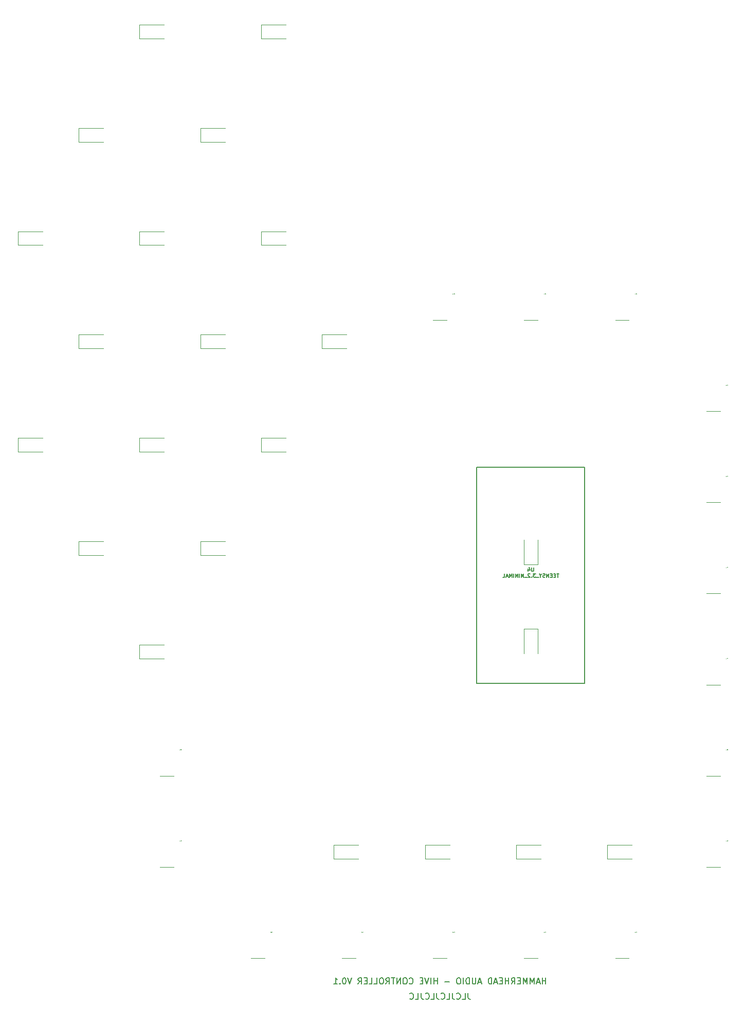
<source format=gbr>
G04 #@! TF.GenerationSoftware,KiCad,Pcbnew,(5.1.2-1)-1*
G04 #@! TF.CreationDate,2021-12-03T00:14:48-05:00*
G04 #@! TF.ProjectId,Wasp_Hive,57617370-5f48-4697-9665-2e6b69636164,rev?*
G04 #@! TF.SameCoordinates,Original*
G04 #@! TF.FileFunction,Legend,Bot*
G04 #@! TF.FilePolarity,Positive*
%FSLAX46Y46*%
G04 Gerber Fmt 4.6, Leading zero omitted, Abs format (unit mm)*
G04 Created by KiCad (PCBNEW (5.1.2-1)-1) date 2021-12-03 00:14:48*
%MOMM*%
%LPD*%
G04 APERTURE LIST*
%ADD10C,0.150000*%
%ADD11C,0.127000*%
%ADD12C,0.120000*%
%ADD13C,0.010000*%
G04 APERTURE END LIST*
D10*
X99619047Y-233202380D02*
X99619047Y-233916666D01*
X99666666Y-234059523D01*
X99761904Y-234154761D01*
X99904761Y-234202380D01*
X100000000Y-234202380D01*
X98666666Y-234202380D02*
X99142857Y-234202380D01*
X99142857Y-233202380D01*
X97761904Y-234107142D02*
X97809523Y-234154761D01*
X97952380Y-234202380D01*
X98047619Y-234202380D01*
X98190476Y-234154761D01*
X98285714Y-234059523D01*
X98333333Y-233964285D01*
X98380952Y-233773809D01*
X98380952Y-233630952D01*
X98333333Y-233440476D01*
X98285714Y-233345238D01*
X98190476Y-233250000D01*
X98047619Y-233202380D01*
X97952380Y-233202380D01*
X97809523Y-233250000D01*
X97761904Y-233297619D01*
X97047619Y-233202380D02*
X97047619Y-233916666D01*
X97095238Y-234059523D01*
X97190476Y-234154761D01*
X97333333Y-234202380D01*
X97428571Y-234202380D01*
X96095238Y-234202380D02*
X96571428Y-234202380D01*
X96571428Y-233202380D01*
X95190476Y-234107142D02*
X95238095Y-234154761D01*
X95380952Y-234202380D01*
X95476190Y-234202380D01*
X95619047Y-234154761D01*
X95714285Y-234059523D01*
X95761904Y-233964285D01*
X95809523Y-233773809D01*
X95809523Y-233630952D01*
X95761904Y-233440476D01*
X95714285Y-233345238D01*
X95619047Y-233250000D01*
X95476190Y-233202380D01*
X95380952Y-233202380D01*
X95238095Y-233250000D01*
X95190476Y-233297619D01*
X94476190Y-233202380D02*
X94476190Y-233916666D01*
X94523809Y-234059523D01*
X94619047Y-234154761D01*
X94761904Y-234202380D01*
X94857142Y-234202380D01*
X93523809Y-234202380D02*
X94000000Y-234202380D01*
X94000000Y-233202380D01*
X92619047Y-234107142D02*
X92666666Y-234154761D01*
X92809523Y-234202380D01*
X92904761Y-234202380D01*
X93047619Y-234154761D01*
X93142857Y-234059523D01*
X93190476Y-233964285D01*
X93238095Y-233773809D01*
X93238095Y-233630952D01*
X93190476Y-233440476D01*
X93142857Y-233345238D01*
X93047619Y-233250000D01*
X92904761Y-233202380D01*
X92809523Y-233202380D01*
X92666666Y-233250000D01*
X92619047Y-233297619D01*
X91904761Y-233202380D02*
X91904761Y-233916666D01*
X91952380Y-234059523D01*
X92047619Y-234154761D01*
X92190476Y-234202380D01*
X92285714Y-234202380D01*
X90952380Y-234202380D02*
X91428571Y-234202380D01*
X91428571Y-233202380D01*
X90047619Y-234107142D02*
X90095238Y-234154761D01*
X90238095Y-234202380D01*
X90333333Y-234202380D01*
X90476190Y-234154761D01*
X90571428Y-234059523D01*
X90619047Y-233964285D01*
X90666666Y-233773809D01*
X90666666Y-233630952D01*
X90619047Y-233440476D01*
X90571428Y-233345238D01*
X90476190Y-233250000D01*
X90333333Y-233202380D01*
X90238095Y-233202380D01*
X90095238Y-233250000D01*
X90047619Y-233297619D01*
X112428571Y-231702380D02*
X112428571Y-230702380D01*
X112428571Y-231178571D02*
X111857142Y-231178571D01*
X111857142Y-231702380D02*
X111857142Y-230702380D01*
X111428571Y-231416666D02*
X110952380Y-231416666D01*
X111523809Y-231702380D02*
X111190476Y-230702380D01*
X110857142Y-231702380D01*
X110523809Y-231702380D02*
X110523809Y-230702380D01*
X110190476Y-231416666D01*
X109857142Y-230702380D01*
X109857142Y-231702380D01*
X109380952Y-231702380D02*
X109380952Y-230702380D01*
X109047619Y-231416666D01*
X108714285Y-230702380D01*
X108714285Y-231702380D01*
X108238095Y-231178571D02*
X107904761Y-231178571D01*
X107761904Y-231702380D02*
X108238095Y-231702380D01*
X108238095Y-230702380D01*
X107761904Y-230702380D01*
X106761904Y-231702380D02*
X107095238Y-231226190D01*
X107333333Y-231702380D02*
X107333333Y-230702380D01*
X106952380Y-230702380D01*
X106857142Y-230750000D01*
X106809523Y-230797619D01*
X106761904Y-230892857D01*
X106761904Y-231035714D01*
X106809523Y-231130952D01*
X106857142Y-231178571D01*
X106952380Y-231226190D01*
X107333333Y-231226190D01*
X106333333Y-231702380D02*
X106333333Y-230702380D01*
X106333333Y-231178571D02*
X105761904Y-231178571D01*
X105761904Y-231702380D02*
X105761904Y-230702380D01*
X105285714Y-231178571D02*
X104952380Y-231178571D01*
X104809523Y-231702380D02*
X105285714Y-231702380D01*
X105285714Y-230702380D01*
X104809523Y-230702380D01*
X104428571Y-231416666D02*
X103952380Y-231416666D01*
X104523809Y-231702380D02*
X104190476Y-230702380D01*
X103857142Y-231702380D01*
X103523809Y-231702380D02*
X103523809Y-230702380D01*
X103285714Y-230702380D01*
X103142857Y-230750000D01*
X103047619Y-230845238D01*
X103000000Y-230940476D01*
X102952380Y-231130952D01*
X102952380Y-231273809D01*
X103000000Y-231464285D01*
X103047619Y-231559523D01*
X103142857Y-231654761D01*
X103285714Y-231702380D01*
X103523809Y-231702380D01*
X101809523Y-231416666D02*
X101333333Y-231416666D01*
X101904761Y-231702380D02*
X101571428Y-230702380D01*
X101238095Y-231702380D01*
X100904761Y-230702380D02*
X100904761Y-231511904D01*
X100857142Y-231607142D01*
X100809523Y-231654761D01*
X100714285Y-231702380D01*
X100523809Y-231702380D01*
X100428571Y-231654761D01*
X100380952Y-231607142D01*
X100333333Y-231511904D01*
X100333333Y-230702380D01*
X99857142Y-231702380D02*
X99857142Y-230702380D01*
X99619047Y-230702380D01*
X99476190Y-230750000D01*
X99380952Y-230845238D01*
X99333333Y-230940476D01*
X99285714Y-231130952D01*
X99285714Y-231273809D01*
X99333333Y-231464285D01*
X99380952Y-231559523D01*
X99476190Y-231654761D01*
X99619047Y-231702380D01*
X99857142Y-231702380D01*
X98857142Y-231702380D02*
X98857142Y-230702380D01*
X98190476Y-230702380D02*
X98000000Y-230702380D01*
X97904761Y-230750000D01*
X97809523Y-230845238D01*
X97761904Y-231035714D01*
X97761904Y-231369047D01*
X97809523Y-231559523D01*
X97904761Y-231654761D01*
X98000000Y-231702380D01*
X98190476Y-231702380D01*
X98285714Y-231654761D01*
X98380952Y-231559523D01*
X98428571Y-231369047D01*
X98428571Y-231035714D01*
X98380952Y-230845238D01*
X98285714Y-230750000D01*
X98190476Y-230702380D01*
X96571428Y-231321428D02*
X95809523Y-231321428D01*
X94571428Y-231702380D02*
X94571428Y-230702380D01*
X94571428Y-231178571D02*
X94000000Y-231178571D01*
X94000000Y-231702380D02*
X94000000Y-230702380D01*
X93523809Y-231702380D02*
X93523809Y-230702380D01*
X93190476Y-230702380D02*
X92857142Y-231702380D01*
X92523809Y-230702380D01*
X92190476Y-231178571D02*
X91857142Y-231178571D01*
X91714285Y-231702380D02*
X92190476Y-231702380D01*
X92190476Y-230702380D01*
X91714285Y-230702380D01*
X89952380Y-231607142D02*
X90000000Y-231654761D01*
X90142857Y-231702380D01*
X90238095Y-231702380D01*
X90380952Y-231654761D01*
X90476190Y-231559523D01*
X90523809Y-231464285D01*
X90571428Y-231273809D01*
X90571428Y-231130952D01*
X90523809Y-230940476D01*
X90476190Y-230845238D01*
X90380952Y-230750000D01*
X90238095Y-230702380D01*
X90142857Y-230702380D01*
X90000000Y-230750000D01*
X89952380Y-230797619D01*
X89333333Y-230702380D02*
X89142857Y-230702380D01*
X89047619Y-230750000D01*
X88952380Y-230845238D01*
X88904761Y-231035714D01*
X88904761Y-231369047D01*
X88952380Y-231559523D01*
X89047619Y-231654761D01*
X89142857Y-231702380D01*
X89333333Y-231702380D01*
X89428571Y-231654761D01*
X89523809Y-231559523D01*
X89571428Y-231369047D01*
X89571428Y-231035714D01*
X89523809Y-230845238D01*
X89428571Y-230750000D01*
X89333333Y-230702380D01*
X88476190Y-231702380D02*
X88476190Y-230702380D01*
X87904761Y-231702380D01*
X87904761Y-230702380D01*
X87571428Y-230702380D02*
X87000000Y-230702380D01*
X87285714Y-231702380D02*
X87285714Y-230702380D01*
X86095238Y-231702380D02*
X86428571Y-231226190D01*
X86666666Y-231702380D02*
X86666666Y-230702380D01*
X86285714Y-230702380D01*
X86190476Y-230750000D01*
X86142857Y-230797619D01*
X86095238Y-230892857D01*
X86095238Y-231035714D01*
X86142857Y-231130952D01*
X86190476Y-231178571D01*
X86285714Y-231226190D01*
X86666666Y-231226190D01*
X85476190Y-230702380D02*
X85285714Y-230702380D01*
X85190476Y-230750000D01*
X85095238Y-230845238D01*
X85047619Y-231035714D01*
X85047619Y-231369047D01*
X85095238Y-231559523D01*
X85190476Y-231654761D01*
X85285714Y-231702380D01*
X85476190Y-231702380D01*
X85571428Y-231654761D01*
X85666666Y-231559523D01*
X85714285Y-231369047D01*
X85714285Y-231035714D01*
X85666666Y-230845238D01*
X85571428Y-230750000D01*
X85476190Y-230702380D01*
X84142857Y-231702380D02*
X84619047Y-231702380D01*
X84619047Y-230702380D01*
X83333333Y-231702380D02*
X83809523Y-231702380D01*
X83809523Y-230702380D01*
X83000000Y-231178571D02*
X82666666Y-231178571D01*
X82523809Y-231702380D02*
X83000000Y-231702380D01*
X83000000Y-230702380D01*
X82523809Y-230702380D01*
X81523809Y-231702380D02*
X81857142Y-231226190D01*
X82095238Y-231702380D02*
X82095238Y-230702380D01*
X81714285Y-230702380D01*
X81619047Y-230750000D01*
X81571428Y-230797619D01*
X81523809Y-230892857D01*
X81523809Y-231035714D01*
X81571428Y-231130952D01*
X81619047Y-231178571D01*
X81714285Y-231226190D01*
X82095238Y-231226190D01*
X80476190Y-230702380D02*
X80142857Y-231702380D01*
X79809523Y-230702380D01*
X79285714Y-230702380D02*
X79190476Y-230702380D01*
X79095238Y-230750000D01*
X79047619Y-230797619D01*
X79000000Y-230892857D01*
X78952380Y-231083333D01*
X78952380Y-231321428D01*
X79000000Y-231511904D01*
X79047619Y-231607142D01*
X79095238Y-231654761D01*
X79190476Y-231702380D01*
X79285714Y-231702380D01*
X79380952Y-231654761D01*
X79428571Y-231607142D01*
X79476190Y-231511904D01*
X79523809Y-231321428D01*
X79523809Y-231083333D01*
X79476190Y-230892857D01*
X79428571Y-230797619D01*
X79380952Y-230750000D01*
X79285714Y-230702380D01*
X78523809Y-231607142D02*
X78476190Y-231654761D01*
X78523809Y-231702380D01*
X78571428Y-231654761D01*
X78523809Y-231607142D01*
X78523809Y-231702380D01*
X77523809Y-231702380D02*
X78095238Y-231702380D01*
X77809523Y-231702380D02*
X77809523Y-230702380D01*
X77904761Y-230845238D01*
X78000000Y-230940476D01*
X78095238Y-230988095D01*
D11*
X101070000Y-182280000D02*
X118850000Y-182280000D01*
X118850000Y-146720000D02*
X101070000Y-146720000D01*
X101070000Y-146720000D02*
X101070000Y-182280000D01*
X118850000Y-182280000D02*
X118850000Y-146720000D01*
D12*
X96135000Y-122460000D02*
X93865000Y-122460000D01*
D13*
G36*
X97141135Y-118176410D02*
G01*
X97137304Y-118159816D01*
X97122527Y-118157802D01*
X97099553Y-118168015D01*
X97103919Y-118176410D01*
X97137044Y-118179751D01*
X97141135Y-118176410D01*
X97141135Y-118176410D01*
G37*
X97141135Y-118176410D02*
X97137304Y-118159816D01*
X97122527Y-118157802D01*
X97099553Y-118168015D01*
X97103919Y-118176410D01*
X97137044Y-118179751D01*
X97141135Y-118176410D01*
G36*
X97366177Y-118118841D02*
G01*
X97357852Y-118106155D01*
X97329542Y-118104181D01*
X97299759Y-118110998D01*
X97312679Y-118121045D01*
X97356302Y-118124372D01*
X97366177Y-118118841D01*
X97366177Y-118118841D01*
G37*
X97366177Y-118118841D02*
X97357852Y-118106155D01*
X97329542Y-118104181D01*
X97299759Y-118110998D01*
X97312679Y-118121045D01*
X97356302Y-118124372D01*
X97366177Y-118118841D01*
G36*
X112366177Y-118118841D02*
G01*
X112357852Y-118106155D01*
X112329542Y-118104181D01*
X112299759Y-118110998D01*
X112312679Y-118121045D01*
X112356302Y-118124372D01*
X112366177Y-118118841D01*
X112366177Y-118118841D01*
G37*
X112366177Y-118118841D02*
X112357852Y-118106155D01*
X112329542Y-118104181D01*
X112299759Y-118110998D01*
X112312679Y-118121045D01*
X112356302Y-118124372D01*
X112366177Y-118118841D01*
G36*
X112141135Y-118176410D02*
G01*
X112137304Y-118159816D01*
X112122527Y-118157802D01*
X112099553Y-118168015D01*
X112103919Y-118176410D01*
X112137044Y-118179751D01*
X112141135Y-118176410D01*
X112141135Y-118176410D01*
G37*
X112141135Y-118176410D02*
X112137304Y-118159816D01*
X112122527Y-118157802D01*
X112099553Y-118168015D01*
X112103919Y-118176410D01*
X112137044Y-118179751D01*
X112141135Y-118176410D01*
D12*
X111135000Y-122460000D02*
X108865000Y-122460000D01*
D13*
G36*
X127366177Y-118118841D02*
G01*
X127357852Y-118106155D01*
X127329542Y-118104181D01*
X127299759Y-118110998D01*
X127312679Y-118121045D01*
X127356302Y-118124372D01*
X127366177Y-118118841D01*
X127366177Y-118118841D01*
G37*
X127366177Y-118118841D02*
X127357852Y-118106155D01*
X127329542Y-118104181D01*
X127299759Y-118110998D01*
X127312679Y-118121045D01*
X127356302Y-118124372D01*
X127366177Y-118118841D01*
G36*
X127141135Y-118176410D02*
G01*
X127137304Y-118159816D01*
X127122527Y-118157802D01*
X127099553Y-118168015D01*
X127103919Y-118176410D01*
X127137044Y-118179751D01*
X127141135Y-118176410D01*
X127141135Y-118176410D01*
G37*
X127141135Y-118176410D02*
X127137304Y-118159816D01*
X127122527Y-118157802D01*
X127099553Y-118168015D01*
X127103919Y-118176410D01*
X127137044Y-118179751D01*
X127141135Y-118176410D01*
D12*
X126135000Y-122460000D02*
X123865000Y-122460000D01*
D13*
G36*
X142366177Y-133118841D02*
G01*
X142357852Y-133106155D01*
X142329542Y-133104181D01*
X142299759Y-133110998D01*
X142312679Y-133121045D01*
X142356302Y-133124372D01*
X142366177Y-133118841D01*
X142366177Y-133118841D01*
G37*
X142366177Y-133118841D02*
X142357852Y-133106155D01*
X142329542Y-133104181D01*
X142299759Y-133110998D01*
X142312679Y-133121045D01*
X142356302Y-133124372D01*
X142366177Y-133118841D01*
G36*
X142141135Y-133176410D02*
G01*
X142137304Y-133159816D01*
X142122527Y-133157802D01*
X142099553Y-133168015D01*
X142103919Y-133176410D01*
X142137044Y-133179751D01*
X142141135Y-133176410D01*
X142141135Y-133176410D01*
G37*
X142141135Y-133176410D02*
X142137304Y-133159816D01*
X142122527Y-133157802D01*
X142099553Y-133168015D01*
X142103919Y-133176410D01*
X142137044Y-133179751D01*
X142141135Y-133176410D01*
D12*
X141135000Y-137460000D02*
X138865000Y-137460000D01*
D13*
G36*
X142366177Y-148118841D02*
G01*
X142357852Y-148106155D01*
X142329542Y-148104181D01*
X142299759Y-148110998D01*
X142312679Y-148121045D01*
X142356302Y-148124372D01*
X142366177Y-148118841D01*
X142366177Y-148118841D01*
G37*
X142366177Y-148118841D02*
X142357852Y-148106155D01*
X142329542Y-148104181D01*
X142299759Y-148110998D01*
X142312679Y-148121045D01*
X142356302Y-148124372D01*
X142366177Y-148118841D01*
G36*
X142141135Y-148176410D02*
G01*
X142137304Y-148159816D01*
X142122527Y-148157802D01*
X142099553Y-148168015D01*
X142103919Y-148176410D01*
X142137044Y-148179751D01*
X142141135Y-148176410D01*
X142141135Y-148176410D01*
G37*
X142141135Y-148176410D02*
X142137304Y-148159816D01*
X142122527Y-148157802D01*
X142099553Y-148168015D01*
X142103919Y-148176410D01*
X142137044Y-148179751D01*
X142141135Y-148176410D01*
D12*
X141135000Y-152460000D02*
X138865000Y-152460000D01*
X141135000Y-167460000D02*
X138865000Y-167460000D01*
D13*
G36*
X142141135Y-163176410D02*
G01*
X142137304Y-163159816D01*
X142122527Y-163157802D01*
X142099553Y-163168015D01*
X142103919Y-163176410D01*
X142137044Y-163179751D01*
X142141135Y-163176410D01*
X142141135Y-163176410D01*
G37*
X142141135Y-163176410D02*
X142137304Y-163159816D01*
X142122527Y-163157802D01*
X142099553Y-163168015D01*
X142103919Y-163176410D01*
X142137044Y-163179751D01*
X142141135Y-163176410D01*
G36*
X142366177Y-163118841D02*
G01*
X142357852Y-163106155D01*
X142329542Y-163104181D01*
X142299759Y-163110998D01*
X142312679Y-163121045D01*
X142356302Y-163124372D01*
X142366177Y-163118841D01*
X142366177Y-163118841D01*
G37*
X142366177Y-163118841D02*
X142357852Y-163106155D01*
X142329542Y-163104181D01*
X142299759Y-163110998D01*
X142312679Y-163121045D01*
X142356302Y-163124372D01*
X142366177Y-163118841D01*
D12*
X141135000Y-182460000D02*
X138865000Y-182460000D01*
D13*
G36*
X142141135Y-178176410D02*
G01*
X142137304Y-178159816D01*
X142122527Y-178157802D01*
X142099553Y-178168015D01*
X142103919Y-178176410D01*
X142137044Y-178179751D01*
X142141135Y-178176410D01*
X142141135Y-178176410D01*
G37*
X142141135Y-178176410D02*
X142137304Y-178159816D01*
X142122527Y-178157802D01*
X142099553Y-178168015D01*
X142103919Y-178176410D01*
X142137044Y-178179751D01*
X142141135Y-178176410D01*
G36*
X142366177Y-178118841D02*
G01*
X142357852Y-178106155D01*
X142329542Y-178104181D01*
X142299759Y-178110998D01*
X142312679Y-178121045D01*
X142356302Y-178124372D01*
X142366177Y-178118841D01*
X142366177Y-178118841D01*
G37*
X142366177Y-178118841D02*
X142357852Y-178106155D01*
X142329542Y-178104181D01*
X142299759Y-178110998D01*
X142312679Y-178121045D01*
X142356302Y-178124372D01*
X142366177Y-178118841D01*
G36*
X142366177Y-193118841D02*
G01*
X142357852Y-193106155D01*
X142329542Y-193104181D01*
X142299759Y-193110998D01*
X142312679Y-193121045D01*
X142356302Y-193124372D01*
X142366177Y-193118841D01*
X142366177Y-193118841D01*
G37*
X142366177Y-193118841D02*
X142357852Y-193106155D01*
X142329542Y-193104181D01*
X142299759Y-193110998D01*
X142312679Y-193121045D01*
X142356302Y-193124372D01*
X142366177Y-193118841D01*
G36*
X142141135Y-193176410D02*
G01*
X142137304Y-193159816D01*
X142122527Y-193157802D01*
X142099553Y-193168015D01*
X142103919Y-193176410D01*
X142137044Y-193179751D01*
X142141135Y-193176410D01*
X142141135Y-193176410D01*
G37*
X142141135Y-193176410D02*
X142137304Y-193159816D01*
X142122527Y-193157802D01*
X142099553Y-193168015D01*
X142103919Y-193176410D01*
X142137044Y-193179751D01*
X142141135Y-193176410D01*
D12*
X141135000Y-197460000D02*
X138865000Y-197460000D01*
D13*
G36*
X142366177Y-208118841D02*
G01*
X142357852Y-208106155D01*
X142329542Y-208104181D01*
X142299759Y-208110998D01*
X142312679Y-208121045D01*
X142356302Y-208124372D01*
X142366177Y-208118841D01*
X142366177Y-208118841D01*
G37*
X142366177Y-208118841D02*
X142357852Y-208106155D01*
X142329542Y-208104181D01*
X142299759Y-208110998D01*
X142312679Y-208121045D01*
X142356302Y-208124372D01*
X142366177Y-208118841D01*
G36*
X142141135Y-208176410D02*
G01*
X142137304Y-208159816D01*
X142122527Y-208157802D01*
X142099553Y-208168015D01*
X142103919Y-208176410D01*
X142137044Y-208179751D01*
X142141135Y-208176410D01*
X142141135Y-208176410D01*
G37*
X142141135Y-208176410D02*
X142137304Y-208159816D01*
X142122527Y-208157802D01*
X142099553Y-208168015D01*
X142103919Y-208176410D01*
X142137044Y-208179751D01*
X142141135Y-208176410D01*
D12*
X141135000Y-212460000D02*
X138865000Y-212460000D01*
X126135000Y-227460000D02*
X123865000Y-227460000D01*
D13*
G36*
X127141135Y-223176410D02*
G01*
X127137304Y-223159816D01*
X127122527Y-223157802D01*
X127099553Y-223168015D01*
X127103919Y-223176410D01*
X127137044Y-223179751D01*
X127141135Y-223176410D01*
X127141135Y-223176410D01*
G37*
X127141135Y-223176410D02*
X127137304Y-223159816D01*
X127122527Y-223157802D01*
X127099553Y-223168015D01*
X127103919Y-223176410D01*
X127137044Y-223179751D01*
X127141135Y-223176410D01*
G36*
X127366177Y-223118841D02*
G01*
X127357852Y-223106155D01*
X127329542Y-223104181D01*
X127299759Y-223110998D01*
X127312679Y-223121045D01*
X127356302Y-223124372D01*
X127366177Y-223118841D01*
X127366177Y-223118841D01*
G37*
X127366177Y-223118841D02*
X127357852Y-223106155D01*
X127329542Y-223104181D01*
X127299759Y-223110998D01*
X127312679Y-223121045D01*
X127356302Y-223124372D01*
X127366177Y-223118841D01*
D12*
X111135000Y-227460000D02*
X108865000Y-227460000D01*
D13*
G36*
X112141135Y-223176410D02*
G01*
X112137304Y-223159816D01*
X112122527Y-223157802D01*
X112099553Y-223168015D01*
X112103919Y-223176410D01*
X112137044Y-223179751D01*
X112141135Y-223176410D01*
X112141135Y-223176410D01*
G37*
X112141135Y-223176410D02*
X112137304Y-223159816D01*
X112122527Y-223157802D01*
X112099553Y-223168015D01*
X112103919Y-223176410D01*
X112137044Y-223179751D01*
X112141135Y-223176410D01*
G36*
X112366177Y-223118841D02*
G01*
X112357852Y-223106155D01*
X112329542Y-223104181D01*
X112299759Y-223110998D01*
X112312679Y-223121045D01*
X112356302Y-223124372D01*
X112366177Y-223118841D01*
X112366177Y-223118841D01*
G37*
X112366177Y-223118841D02*
X112357852Y-223106155D01*
X112329542Y-223104181D01*
X112299759Y-223110998D01*
X112312679Y-223121045D01*
X112356302Y-223124372D01*
X112366177Y-223118841D01*
G36*
X97366177Y-223118841D02*
G01*
X97357852Y-223106155D01*
X97329542Y-223104181D01*
X97299759Y-223110998D01*
X97312679Y-223121045D01*
X97356302Y-223124372D01*
X97366177Y-223118841D01*
X97366177Y-223118841D01*
G37*
X97366177Y-223118841D02*
X97357852Y-223106155D01*
X97329542Y-223104181D01*
X97299759Y-223110998D01*
X97312679Y-223121045D01*
X97356302Y-223124372D01*
X97366177Y-223118841D01*
G36*
X97141135Y-223176410D02*
G01*
X97137304Y-223159816D01*
X97122527Y-223157802D01*
X97099553Y-223168015D01*
X97103919Y-223176410D01*
X97137044Y-223179751D01*
X97141135Y-223176410D01*
X97141135Y-223176410D01*
G37*
X97141135Y-223176410D02*
X97137304Y-223159816D01*
X97122527Y-223157802D01*
X97099553Y-223168015D01*
X97103919Y-223176410D01*
X97137044Y-223179751D01*
X97141135Y-223176410D01*
D12*
X96135000Y-227460000D02*
X93865000Y-227460000D01*
D13*
G36*
X82366177Y-223118841D02*
G01*
X82357852Y-223106155D01*
X82329542Y-223104181D01*
X82299759Y-223110998D01*
X82312679Y-223121045D01*
X82356302Y-223124372D01*
X82366177Y-223118841D01*
X82366177Y-223118841D01*
G37*
X82366177Y-223118841D02*
X82357852Y-223106155D01*
X82329542Y-223104181D01*
X82299759Y-223110998D01*
X82312679Y-223121045D01*
X82356302Y-223124372D01*
X82366177Y-223118841D01*
G36*
X82141135Y-223176410D02*
G01*
X82137304Y-223159816D01*
X82122527Y-223157802D01*
X82099553Y-223168015D01*
X82103919Y-223176410D01*
X82137044Y-223179751D01*
X82141135Y-223176410D01*
X82141135Y-223176410D01*
G37*
X82141135Y-223176410D02*
X82137304Y-223159816D01*
X82122527Y-223157802D01*
X82099553Y-223168015D01*
X82103919Y-223176410D01*
X82137044Y-223179751D01*
X82141135Y-223176410D01*
D12*
X81135000Y-227460000D02*
X78865000Y-227460000D01*
X66135000Y-227460000D02*
X63865000Y-227460000D01*
D13*
G36*
X67141135Y-223176410D02*
G01*
X67137304Y-223159816D01*
X67122527Y-223157802D01*
X67099553Y-223168015D01*
X67103919Y-223176410D01*
X67137044Y-223179751D01*
X67141135Y-223176410D01*
X67141135Y-223176410D01*
G37*
X67141135Y-223176410D02*
X67137304Y-223159816D01*
X67122527Y-223157802D01*
X67099553Y-223168015D01*
X67103919Y-223176410D01*
X67137044Y-223179751D01*
X67141135Y-223176410D01*
G36*
X67366177Y-223118841D02*
G01*
X67357852Y-223106155D01*
X67329542Y-223104181D01*
X67299759Y-223110998D01*
X67312679Y-223121045D01*
X67356302Y-223124372D01*
X67366177Y-223118841D01*
X67366177Y-223118841D01*
G37*
X67366177Y-223118841D02*
X67357852Y-223106155D01*
X67329542Y-223104181D01*
X67299759Y-223110998D01*
X67312679Y-223121045D01*
X67356302Y-223124372D01*
X67366177Y-223118841D01*
D12*
X51135000Y-212460000D02*
X48865000Y-212460000D01*
D13*
G36*
X52141135Y-208176410D02*
G01*
X52137304Y-208159816D01*
X52122527Y-208157802D01*
X52099553Y-208168015D01*
X52103919Y-208176410D01*
X52137044Y-208179751D01*
X52141135Y-208176410D01*
X52141135Y-208176410D01*
G37*
X52141135Y-208176410D02*
X52137304Y-208159816D01*
X52122527Y-208157802D01*
X52099553Y-208168015D01*
X52103919Y-208176410D01*
X52137044Y-208179751D01*
X52141135Y-208176410D01*
G36*
X52366177Y-208118841D02*
G01*
X52357852Y-208106155D01*
X52329542Y-208104181D01*
X52299759Y-208110998D01*
X52312679Y-208121045D01*
X52356302Y-208124372D01*
X52366177Y-208118841D01*
X52366177Y-208118841D01*
G37*
X52366177Y-208118841D02*
X52357852Y-208106155D01*
X52329542Y-208104181D01*
X52299759Y-208110998D01*
X52312679Y-208121045D01*
X52356302Y-208124372D01*
X52366177Y-208118841D01*
D12*
X51135000Y-197460000D02*
X48865000Y-197460000D01*
D13*
G36*
X52141135Y-193176410D02*
G01*
X52137304Y-193159816D01*
X52122527Y-193157802D01*
X52099553Y-193168015D01*
X52103919Y-193176410D01*
X52137044Y-193179751D01*
X52141135Y-193176410D01*
X52141135Y-193176410D01*
G37*
X52141135Y-193176410D02*
X52137304Y-193159816D01*
X52122527Y-193157802D01*
X52099553Y-193168015D01*
X52103919Y-193176410D01*
X52137044Y-193179751D01*
X52141135Y-193176410D01*
G36*
X52366177Y-193118841D02*
G01*
X52357852Y-193106155D01*
X52329542Y-193104181D01*
X52299759Y-193110998D01*
X52312679Y-193121045D01*
X52356302Y-193124372D01*
X52366177Y-193118841D01*
X52366177Y-193118841D01*
G37*
X52366177Y-193118841D02*
X52357852Y-193106155D01*
X52329542Y-193104181D01*
X52299759Y-193110998D01*
X52312679Y-193121045D01*
X52356302Y-193124372D01*
X52366177Y-193118841D01*
D12*
X49600000Y-76135000D02*
X45540000Y-76135000D01*
X45540000Y-76135000D02*
X45540000Y-73865000D01*
X45540000Y-73865000D02*
X49600000Y-73865000D01*
X65540000Y-73865000D02*
X69600000Y-73865000D01*
X65540000Y-76135000D02*
X65540000Y-73865000D01*
X69600000Y-76135000D02*
X65540000Y-76135000D01*
X35540000Y-90865000D02*
X39600000Y-90865000D01*
X35540000Y-93135000D02*
X35540000Y-90865000D01*
X39600000Y-93135000D02*
X35540000Y-93135000D01*
X59600000Y-93135000D02*
X55540000Y-93135000D01*
X55540000Y-93135000D02*
X55540000Y-90865000D01*
X55540000Y-90865000D02*
X59600000Y-90865000D01*
X29600000Y-110135000D02*
X25540000Y-110135000D01*
X25540000Y-110135000D02*
X25540000Y-107865000D01*
X25540000Y-107865000D02*
X29600000Y-107865000D01*
X49600000Y-110135000D02*
X45540000Y-110135000D01*
X45540000Y-110135000D02*
X45540000Y-107865000D01*
X45540000Y-107865000D02*
X49600000Y-107865000D01*
X69600000Y-110135000D02*
X65540000Y-110135000D01*
X65540000Y-110135000D02*
X65540000Y-107865000D01*
X65540000Y-107865000D02*
X69600000Y-107865000D01*
X39600000Y-127135000D02*
X35540000Y-127135000D01*
X35540000Y-127135000D02*
X35540000Y-124865000D01*
X35540000Y-124865000D02*
X39600000Y-124865000D01*
X59600000Y-127135000D02*
X55540000Y-127135000D01*
X55540000Y-127135000D02*
X55540000Y-124865000D01*
X55540000Y-124865000D02*
X59600000Y-124865000D01*
X79600000Y-127135000D02*
X75540000Y-127135000D01*
X75540000Y-127135000D02*
X75540000Y-124865000D01*
X75540000Y-124865000D02*
X79600000Y-124865000D01*
X29600000Y-144135000D02*
X25540000Y-144135000D01*
X25540000Y-144135000D02*
X25540000Y-141865000D01*
X25540000Y-141865000D02*
X29600000Y-141865000D01*
X45540000Y-141865000D02*
X49600000Y-141865000D01*
X45540000Y-144135000D02*
X45540000Y-141865000D01*
X49600000Y-144135000D02*
X45540000Y-144135000D01*
X65540000Y-141865000D02*
X69600000Y-141865000D01*
X65540000Y-144135000D02*
X65540000Y-141865000D01*
X69600000Y-144135000D02*
X65540000Y-144135000D01*
X35540000Y-158865000D02*
X39600000Y-158865000D01*
X35540000Y-161135000D02*
X35540000Y-158865000D01*
X39600000Y-161135000D02*
X35540000Y-161135000D01*
X55540000Y-158865000D02*
X59600000Y-158865000D01*
X55540000Y-161135000D02*
X55540000Y-158865000D01*
X59600000Y-161135000D02*
X55540000Y-161135000D01*
X49600000Y-178135000D02*
X45540000Y-178135000D01*
X45540000Y-178135000D02*
X45540000Y-175865000D01*
X45540000Y-175865000D02*
X49600000Y-175865000D01*
X111135000Y-158650000D02*
X111135000Y-162710000D01*
X111135000Y-162710000D02*
X108865000Y-162710000D01*
X108865000Y-162710000D02*
X108865000Y-158650000D01*
X108865000Y-177350000D02*
X108865000Y-173290000D01*
X108865000Y-173290000D02*
X111135000Y-173290000D01*
X111135000Y-173290000D02*
X111135000Y-177350000D01*
X77540000Y-208865000D02*
X81600000Y-208865000D01*
X77540000Y-211135000D02*
X77540000Y-208865000D01*
X81600000Y-211135000D02*
X77540000Y-211135000D01*
X92540000Y-208865000D02*
X96600000Y-208865000D01*
X92540000Y-211135000D02*
X92540000Y-208865000D01*
X96600000Y-211135000D02*
X92540000Y-211135000D01*
X107540000Y-208865000D02*
X111600000Y-208865000D01*
X107540000Y-211135000D02*
X107540000Y-208865000D01*
X111600000Y-211135000D02*
X107540000Y-211135000D01*
X126600000Y-211135000D02*
X122540000Y-211135000D01*
X122540000Y-211135000D02*
X122540000Y-208865000D01*
X122540000Y-208865000D02*
X126600000Y-208865000D01*
D11*
X110424457Y-163166171D02*
X110424457Y-163659657D01*
X110395428Y-163717714D01*
X110366400Y-163746742D01*
X110308342Y-163775771D01*
X110192228Y-163775771D01*
X110134171Y-163746742D01*
X110105142Y-163717714D01*
X110076114Y-163659657D01*
X110076114Y-163166171D01*
X109524571Y-163369371D02*
X109524571Y-163775771D01*
X109669714Y-163137142D02*
X109814857Y-163572571D01*
X109437485Y-163572571D01*
X114561028Y-164166171D02*
X114212685Y-164166171D01*
X114386857Y-164775771D02*
X114386857Y-164166171D01*
X114009485Y-164456457D02*
X113806285Y-164456457D01*
X113719200Y-164775771D02*
X114009485Y-164775771D01*
X114009485Y-164166171D01*
X113719200Y-164166171D01*
X113457942Y-164456457D02*
X113254742Y-164456457D01*
X113167657Y-164775771D02*
X113457942Y-164775771D01*
X113457942Y-164166171D01*
X113167657Y-164166171D01*
X112906400Y-164775771D02*
X112906400Y-164166171D01*
X112558057Y-164775771D01*
X112558057Y-164166171D01*
X112296800Y-164746742D02*
X112209714Y-164775771D01*
X112064571Y-164775771D01*
X112006514Y-164746742D01*
X111977485Y-164717714D01*
X111948457Y-164659657D01*
X111948457Y-164601600D01*
X111977485Y-164543542D01*
X112006514Y-164514514D01*
X112064571Y-164485485D01*
X112180685Y-164456457D01*
X112238742Y-164427428D01*
X112267771Y-164398400D01*
X112296800Y-164340342D01*
X112296800Y-164282285D01*
X112267771Y-164224228D01*
X112238742Y-164195200D01*
X112180685Y-164166171D01*
X112035542Y-164166171D01*
X111948457Y-164195200D01*
X111571085Y-164485485D02*
X111571085Y-164775771D01*
X111774285Y-164166171D02*
X111571085Y-164485485D01*
X111367885Y-164166171D01*
X111309828Y-164833828D02*
X110845371Y-164833828D01*
X110758285Y-164166171D02*
X110380914Y-164166171D01*
X110584114Y-164398400D01*
X110497028Y-164398400D01*
X110438971Y-164427428D01*
X110409942Y-164456457D01*
X110380914Y-164514514D01*
X110380914Y-164659657D01*
X110409942Y-164717714D01*
X110438971Y-164746742D01*
X110497028Y-164775771D01*
X110671200Y-164775771D01*
X110729257Y-164746742D01*
X110758285Y-164717714D01*
X110119657Y-164717714D02*
X110090628Y-164746742D01*
X110119657Y-164775771D01*
X110148685Y-164746742D01*
X110119657Y-164717714D01*
X110119657Y-164775771D01*
X109858400Y-164224228D02*
X109829371Y-164195200D01*
X109771314Y-164166171D01*
X109626171Y-164166171D01*
X109568114Y-164195200D01*
X109539085Y-164224228D01*
X109510057Y-164282285D01*
X109510057Y-164340342D01*
X109539085Y-164427428D01*
X109887428Y-164775771D01*
X109510057Y-164775771D01*
X109393942Y-164833828D02*
X108929485Y-164833828D01*
X108784342Y-164775771D02*
X108784342Y-164166171D01*
X108581142Y-164601600D01*
X108377942Y-164166171D01*
X108377942Y-164775771D01*
X108087657Y-164775771D02*
X108087657Y-164166171D01*
X107797371Y-164775771D02*
X107797371Y-164166171D01*
X107449028Y-164775771D01*
X107449028Y-164166171D01*
X107158742Y-164775771D02*
X107158742Y-164166171D01*
X106868457Y-164775771D02*
X106868457Y-164166171D01*
X106665257Y-164601600D01*
X106462057Y-164166171D01*
X106462057Y-164775771D01*
X106200800Y-164601600D02*
X105910514Y-164601600D01*
X106258857Y-164775771D02*
X106055657Y-164166171D01*
X105852457Y-164775771D01*
X105358971Y-164775771D02*
X105649257Y-164775771D01*
X105649257Y-164166171D01*
M02*

</source>
